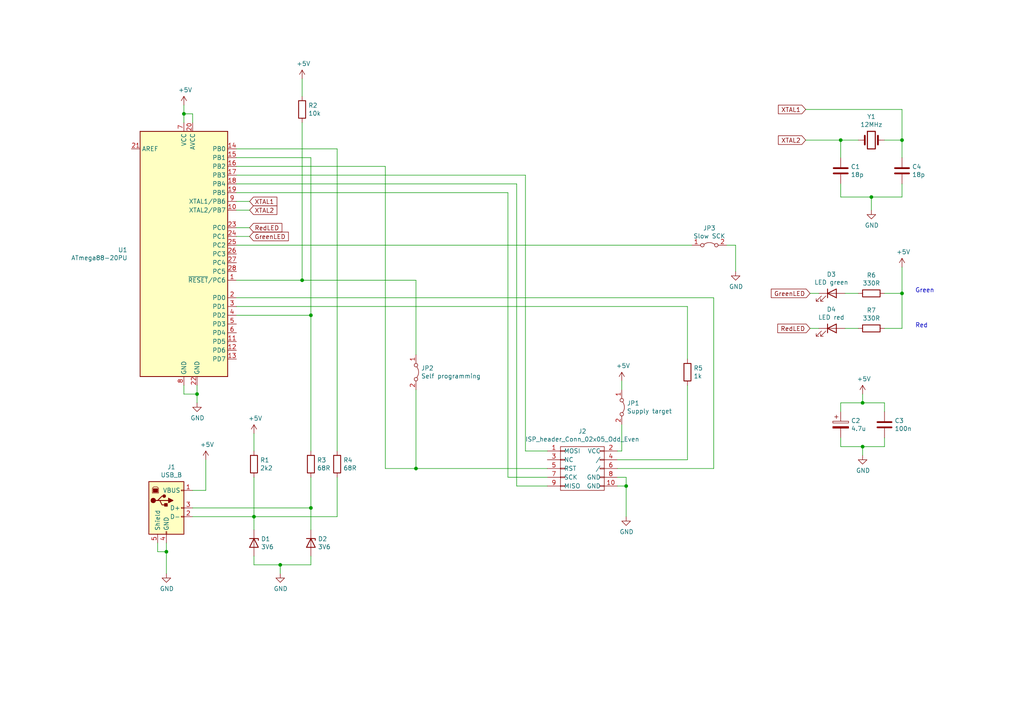
<source format=kicad_sch>
(kicad_sch (version 20231120) (generator "eeschema") (generator_version "8.0")
  (paper "A4")
  (lib_symbols
    (symbol "Connector:USB_B" (pin_names (offset 1.016))
      (property "Reference" "J" (at -5.08 11.43 0))
      (property "Value" "USB_B" (at -5.08 8.89 0))
      (symbol "USB_B_0_1"
        (rectangle (start -5.08 -7.62) (end 5.08 7.62) (stroke (width 0.254)) (fill (type background)))
        (circle (center -3.81 2.159) (radius 0.635) (stroke (width 0.254)) (fill (type outline)))
        (rectangle (start -3.81 5.588) (end -2.54 4.572) (fill (type outline)))
        (circle (center -0.635 3.429) (radius 0.381) (stroke (width 0.254)) (fill (type outline)))
        (rectangle (start -0.127 -7.62) (end 0.127 -6.858))
        (polyline (pts (xy -1.905 2.159) (xy 0.635 2.159)) (stroke (width 0.254)))
        (polyline (pts (xy -3.175 2.159) (xy -2.54 2.159) (xy -1.27 3.429) (xy -0.635 3.429)) (stroke (width 0.254)))
        (polyline (pts (xy -2.54 2.159) (xy -1.905 2.159) (xy -1.27 0.889) (xy 0 0.889)) (stroke (width 0.254)))
        (polyline (pts (xy 0.635 2.794) (xy 0.635 1.524) (xy 1.905 2.159) (xy 0.635 2.794)) (stroke (width 0.254)) (fill (type outline)))
        (polyline (pts (xy -4.064 4.318) (xy -2.286 4.318) (xy -2.286 5.715) (xy -2.667 6.096) (xy -3.683 6.096) (xy -4.064 5.715) (xy -4.064 4.318)))
        (rectangle (start 0.254 1.27) (end -0.508 0.508) (stroke (width 0.254)) (fill (type outline)))
        (rectangle (start 5.08 -2.667) (end 4.318 -2.413))
        (rectangle (start 5.08 -0.127) (end 4.318 0.127))
        (rectangle (start 5.08 4.953) (end 4.318 5.207))
      )
      (symbol "USB_B_1_1"
        (pin power_out line (at 7.62 5.08 180) (length 2.54) (name "VBUS") (number "1"))
        (pin bidirectional line (at 7.62 -2.54 180) (length 2.54) (name "D-") (number "2"))
        (pin bidirectional line (at 7.62 0 180) (length 2.54) (name "D+") (number "3"))
        (pin power_out line (at 0 -10.16 90) (length 2.54) (name "GND") (number "4"))
        (pin passive line (at -2.54 -10.16 90) (length 2.54) (name "Shield") (number "5"))
      )
    )
    (symbol "Device:C" (pin_numbers hide) (pin_names (offset 0.254))
      (property "Reference" "C" (at 0.635 2.54 0))
      (property "Value" "C" (at 0.635 -2.54 0))
      (symbol "C_0_1"
        (polyline (pts (xy -2.032 -0.762) (xy 2.032 -0.762)) (stroke (width 0.508)))
        (polyline (pts (xy -2.032 0.762) (xy 2.032 0.762)) (stroke (width 0.508)))
      )
      (symbol "C_1_1"
        (pin passive line (at 0 3.81 270) (length 2.794) (name "~") (number "1"))
        (pin passive line (at 0 -3.81 90) (length 2.794) (name "~") (number "2"))
      )
    )
    (symbol "Device:CP" (pin_numbers hide) (pin_names (offset 0.254))
      (property "Reference" "C" (at 0.635 2.54 0))
      (property "Value" "Device_CP" (at 0.635 -2.54 0))
      (symbol "CP_0_1"
        (rectangle (start -2.286 0.508) (end 2.286 1.016))
        (polyline (pts (xy -1.778 2.286) (xy -0.762 2.286)))
        (polyline (pts (xy -1.27 2.794) (xy -1.27 1.778)))
        (rectangle (start 2.286 -0.508) (end -2.286 -1.016) (fill (type outline)))
      )
      (symbol "CP_1_1"
        (pin passive line (at 0 3.81 270) (length 2.794) (name "~") (number "1"))
        (pin passive line (at 0 -3.81 90) (length 2.794) (name "~") (number "2"))
      )
    )
    (symbol "Device:Crystal" (pin_numbers hide) (pin_names (offset 1.016) hide)
      (property "Reference" "Y" (at 0 3.81 0))
      (property "Value" "Crystal" (at 0 -3.81 0))
      (symbol "Crystal_0_1"
        (rectangle (start -1.143 2.54) (end 1.143 -2.54) (stroke (width 0.3048)))
        (polyline (pts (xy -2.54 0) (xy -1.905 0)))
        (polyline (pts (xy -1.905 -1.27) (xy -1.905 1.27)) (stroke (width 0.508)))
        (polyline (pts (xy 1.905 -1.27) (xy 1.905 1.27)) (stroke (width 0.508)))
        (polyline (pts (xy 2.54 0) (xy 1.905 0)))
      )
      (symbol "Crystal_1_1"
        (pin passive line (at -3.81 0 0) (length 1.27) (name "1") (number "1"))
        (pin passive line (at 3.81 0 180) (length 1.27) (name "2") (number "2"))
      )
    )
    (symbol "Device:D_Zener" (pin_numbers hide) (pin_names (offset 1.016) hide)
      (property "Reference" "D" (at 0 2.54 0))
      (property "Value" "D_Zener" (at 0 -2.54 0))
      (symbol "D_Zener_0_1"
        (polyline (pts (xy 1.27 0) (xy -1.27 0)))
        (polyline (pts (xy -1.27 -1.27) (xy -1.27 1.27) (xy -0.762 1.27)) (stroke (width 0.254)))
        (polyline (pts (xy 1.27 -1.27) (xy 1.27 1.27) (xy -1.27 0) (xy 1.27 -1.27)) (stroke (width 0.254)))
      )
      (symbol "D_Zener_1_1"
        (pin passive line (at -3.81 0 0) (length 2.54) (name "K") (number "1"))
        (pin passive line (at 3.81 0 180) (length 2.54) (name "A") (number "2"))
      )
    )
    (symbol "Device:LED" (pin_numbers hide) (pin_names (offset 1.016) hide)
      (property "Reference" "D" (at 0 2.54 0))
      (property "Value" "LED" (at 0 -2.54 0))
      (symbol "LED_0_1"
        (polyline (pts (xy -1.27 -1.27) (xy -1.27 1.27)) (stroke (width 0.254)))
        (polyline (pts (xy -1.27 0) (xy 1.27 0)))
        (polyline (pts (xy 1.27 -1.27) (xy 1.27 1.27) (xy -1.27 0) (xy 1.27 -1.27)) (stroke (width 0.254)))
        (polyline (pts (xy -3.048 -0.762) (xy -4.572 -2.286) (xy -3.81 -2.286) (xy -4.572 -2.286) (xy -4.572 -1.524)))
        (polyline (pts (xy -1.778 -0.762) (xy -3.302 -2.286) (xy -2.54 -2.286) (xy -3.302 -2.286) (xy -3.302 -1.524)))
      )
      (symbol "LED_1_1"
        (pin passive line (at -3.81 0 0) (length 2.54) (name "K") (number "1"))
        (pin passive line (at 3.81 0 180) (length 2.54) (name "A") (number "2"))
      )
    )
    (symbol "Device:R" (pin_numbers hide) (pin_names (offset 0))
      (property "Reference" "R" (at 2.032 0 90))
      (property "Value" "R" (at 0 0 90))
      (symbol "R_0_1"
        (rectangle (start -1.016 -2.54) (end 1.016 2.54) (stroke (width 0.254)))
      )
      (symbol "R_1_1"
        (pin passive line (at 0 3.81 270) (length 1.27) (name "~") (number "1"))
        (pin passive line (at 0 -3.81 90) (length 1.27) (name "~") (number "2"))
      )
    )
    (symbol "Jumper:Jumper_2_Bridged" (pin_names (offset 0) hide)
      (property "Reference" "JP" (at 0 1.905 0))
      (property "Value" "Jumper_2_Bridged" (at 0 -2.54 0))
      (symbol "Jumper_2_Bridged_0_0"
        (circle (center -2.032 0) (radius 0.508))
        (circle (center 2.032 0) (radius 0.508))
      )
      (symbol "Jumper_2_Bridged_0_1"
        (arc (start 1.524 0.254) (mid 0 0.762) (end -1.524 0.254))
      )
      (symbol "Jumper_2_Bridged_1_1"
        (pin passive line (at -5.08 0 0) (length 2.54) (name "A") (number "1"))
        (pin passive line (at 5.08 0 180) (length 2.54) (name "B") (number "2"))
      )
    )
    (symbol "My_Parts:ISP_header_Conn_02x05_Odd_Even" (pin_names (offset 1.016))
      (property "Reference" "J" (at 1.27 7.62 0))
      (property "Value" "ISP_header_Conn_02x05_Odd_Even" (at 6.985 -7.62 0))
      (symbol "ISP_header_Conn_02x05_Odd_Even_0_1"
        (polyline (pts (xy -1.27 6.35) (xy -1.27 -6.35) (xy 11.43 -6.35) (xy 11.43 6.35) (xy -1.27 6.35)))
      )
      (symbol "ISP_header_Conn_02x05_Odd_Even_1_1"
        (rectangle (start -1.27 -4.953) (end 0 -5.207) (stroke (width 0.1524)))
        (rectangle (start -1.27 -2.413) (end 0 -2.667) (stroke (width 0.1524)))
        (rectangle (start -1.27 0.127) (end 0 -0.127) (stroke (width 0.1524)))
        (rectangle (start -1.27 2.667) (end 0 2.413) (stroke (width 0.1524)))
        (rectangle (start -1.27 5.207) (end 0 4.953) (stroke (width 0.1524)))
        (rectangle (start 11.43 -4.953) (end 10.16 -5.207) (stroke (width 0.1524)))
        (rectangle (start 11.43 -2.413) (end 10.16 -2.667) (stroke (width 0.1524)))
        (rectangle (start 11.43 0.127) (end 10.16 -0.127) (stroke (width 0.1524)))
        (rectangle (start 11.43 2.667) (end 10.16 2.413) (stroke (width 0.1524)))
        (rectangle (start 11.43 5.207) (end 10.16 4.953) (stroke (width 0.1524)))
        (pin passive line (at -5.08 5.08 0) (length 3.81) (name "MOSI") (number "1"))
        (pin passive line (at 15.24 -5.08 180) (length 3.81) (name "GND") (number "10"))
        (pin passive line (at 15.24 5.08 180) (length 3.81) (name "VCC") (number "2"))
        (pin passive line (at -5.08 2.54 0) (length 3.81) (name "NC") (number "3"))
        (pin passive line (at 15.24 2.54 180) (length 3.81) (name "/") (number "4"))
        (pin passive line (at -5.08 0 0) (length 3.81) (name "RST") (number "5"))
        (pin passive line (at 15.24 0 180) (length 3.81) (name "/") (number "6"))
        (pin passive line (at -5.08 -2.54 0) (length 3.81) (name "SCK") (number "7"))
        (pin passive line (at 15.24 -2.54 180) (length 3.81) (name "GND") (number "8"))
        (pin passive line (at -5.08 -5.08 0) (length 3.81) (name "MISO") (number "9"))
      )
    )
    (symbol "USBaspProgrammer_Thomas-Fischl-rescue:ATmega88-20PU-My_Parts"
      (property "Reference" "U" (at -12.7 36.83 0))
      (property "Value" "ATmega88-20PU-My_Parts" (at 7.62 -36.83 0))
      (symbol "ATmega88-20PU-My_Parts_0_1"
        (rectangle (start -12.7 -35.56) (end 12.7 35.56) (stroke (width 0.254)) (fill (type background)))
      )
      (symbol "ATmega88-20PU-My_Parts_1_1"
        (pin bidirectional line (at 15.24 -7.62 180) (length 2.54) (name "~{RESET}/PC6") (number "1"))
        (pin bidirectional line (at 15.24 12.7 180) (length 2.54) (name "XTAL2/PB7") (number "10"))
        (pin bidirectional line (at 15.24 -25.4 180) (length 2.54) (name "PD5") (number "11"))
        (pin bidirectional line (at 15.24 -27.94 180) (length 2.54) (name "PD6") (number "12"))
        (pin bidirectional line (at 15.24 -30.48 180) (length 2.54) (name "PD7") (number "13"))
        (pin bidirectional line (at 15.24 30.48 180) (length 2.54) (name "PB0") (number "14"))
        (pin bidirectional line (at 15.24 27.94 180) (length 2.54) (name "PB1") (number "15"))
        (pin bidirectional line (at 15.24 25.4 180) (length 2.54) (name "PB2") (number "16"))
        (pin bidirectional line (at 15.24 22.86 180) (length 2.54) (name "PB3") (number "17"))
        (pin bidirectional line (at 15.24 20.32 180) (length 2.54) (name "PB4") (number "18"))
        (pin bidirectional line (at 15.24 17.78 180) (length 2.54) (name "PB5") (number "19"))
        (pin bidirectional line (at 15.24 -12.7 180) (length 2.54) (name "PD0") (number "2"))
        (pin power_in line (at 2.54 38.1 270) (length 2.54) (name "AVCC") (number "20"))
        (pin passive line (at -15.24 30.48 0) (length 2.54) (name "AREF") (number "21"))
        (pin passive line (at 3.81 -38.1 90) (length 2.54) (name "GND") (number "22"))
        (pin bidirectional line (at 15.24 7.62 180) (length 2.54) (name "PC0") (number "23"))
        (pin bidirectional line (at 15.24 5.08 180) (length 2.54) (name "PC1") (number "24"))
        (pin bidirectional line (at 15.24 2.54 180) (length 2.54) (name "PC2") (number "25"))
        (pin bidirectional line (at 15.24 0 180) (length 2.54) (name "PC3") (number "26"))
        (pin bidirectional line (at 15.24 -2.54 180) (length 2.54) (name "PC4") (number "27"))
        (pin bidirectional line (at 15.24 -5.08 180) (length 2.54) (name "PC5") (number "28"))
        (pin bidirectional line (at 15.24 -15.24 180) (length 2.54) (name "PD1") (number "3"))
        (pin bidirectional line (at 15.24 -17.78 180) (length 2.54) (name "PD2") (number "4"))
        (pin bidirectional line (at 15.24 -20.32 180) (length 2.54) (name "PD3") (number "5"))
        (pin bidirectional line (at 15.24 -22.86 180) (length 2.54) (name "PD4") (number "6"))
        (pin power_in line (at 0 38.1 270) (length 2.54) (name "VCC") (number "7"))
        (pin power_in line (at 0 -38.1 90) (length 2.54) (name "GND") (number "8"))
        (pin bidirectional line (at 15.24 15.24 180) (length 2.54) (name "XTAL1/PB6") (number "9"))
      )
    )
    (symbol "power:+5V" (power) (pin_names (offset 0))
      (property "Value" "+5V" (at 0 3.556 0))
      (symbol "+5V_0_1"
        (polyline (pts (xy -0.762 1.27) (xy 0 2.54)))
        (polyline (pts (xy 0 0) (xy 0 2.54)))
        (polyline (pts (xy 0 2.54) (xy 0.762 1.27)))
      )
      (symbol "+5V_1_1"
        (pin power_in line (at 0 0 90) (length 0) hide (name "+5V") (number "1"))
      )
    )
    (symbol "power:GND" (power) (pin_names (offset 0))
      (property "Value" "GND" (at 0 -3.81 0))
      (symbol "GND_0_1"
        (polyline (pts (xy 0 0) (xy 0 -1.27) (xy 1.27 -1.27) (xy 0 -2.54) (xy -1.27 -1.27) (xy 0 -1.27)))
      )
      (symbol "GND_1_1"
        (pin power_in line (at 0 0 270) (length 0) hide (name "GND") (number "1"))
      )
    )
  )
  (junction (at 261.62 85.09))
  (junction (at 53.34 33.02))
  (junction (at 250.19 116.84))
  (junction (at 73.66 149.86))
  (junction (at 87.63 81.28))
  (junction (at 261.62 40.64))
  (junction (at 250.19 129.54))
  (junction (at 90.17 147.32))
  (junction (at 181.61 140.97))
  (junction (at 57.15 114.3))
  (junction (at 120.65 135.89))
  (junction (at 243.84 40.64))
  (junction (at 90.17 91.44))
  (junction (at 81.28 163.83))
  (junction (at 48.26 160.02))
  (junction (at 252.73 57.15))
  (wire (pts (xy 250.19 129.54) (xy 256.54 129.54)))
  (wire (pts (xy 68.58 88.9) (xy 199.39 88.9)))
  (wire (pts (xy 248.92 40.64) (xy 243.84 40.64)))
  (wire (pts (xy 81.28 163.83) (xy 90.17 163.83)))
  (wire (pts (xy 73.66 125.73) (xy 73.66 130.81)))
  (wire (pts (xy 237.49 95.25) (xy 234.95 95.25)))
  (wire (pts (xy 250.19 116.84) (xy 250.19 114.3)))
  (wire (pts (xy 59.69 142.24) (xy 59.69 133.35)))
  (wire (pts (xy 73.66 149.86) (xy 97.79 149.86)))
  (wire (pts (xy 243.84 129.54) (xy 250.19 129.54)))
  (wire (pts (xy 97.79 130.81) (xy 97.79 43.18)))
  (wire (pts (xy 149.86 53.34) (xy 149.86 140.97)))
  (wire (pts (xy 207.01 86.36) (xy 207.01 135.89)))
  (wire (pts (xy 256.54 95.25) (xy 261.62 95.25)))
  (wire (pts (xy 120.65 81.28) (xy 120.65 102.87)))
  (wire (pts (xy 45.72 157.48) (xy 45.72 160.02)))
  (wire (pts (xy 243.84 57.15) (xy 252.73 57.15)))
  (wire (pts (xy 261.62 31.75) (xy 233.68 31.75)))
  (wire (pts (xy 181.61 140.97) (xy 179.07 140.97)))
  (wire (pts (xy 68.58 81.28) (xy 87.63 81.28)))
  (wire (pts (xy 181.61 140.97) (xy 181.61 149.86)))
  (wire (pts (xy 256.54 85.09) (xy 261.62 85.09)))
  (wire (pts (xy 90.17 147.32) (xy 90.17 153.67)))
  (wire (pts (xy 243.84 116.84) (xy 250.19 116.84)))
  (wire (pts (xy 261.62 85.09) (xy 261.62 77.47)))
  (wire (pts (xy 181.61 138.43) (xy 181.61 140.97)))
  (wire (pts (xy 149.86 140.97) (xy 158.75 140.97)))
  (wire (pts (xy 256.54 40.64) (xy 261.62 40.64)))
  (wire (pts (xy 97.79 43.18) (xy 68.58 43.18)))
  (wire (pts (xy 261.62 57.15) (xy 261.62 53.34)))
  (wire (pts (xy 53.34 111.76) (xy 53.34 114.3)))
  (wire (pts (xy 256.54 129.54) (xy 256.54 127)))
  (wire (pts (xy 158.75 130.81) (xy 152.4 130.81)))
  (wire (pts (xy 48.26 166.37) (xy 48.26 160.02)))
  (wire (pts (xy 234.95 85.09) (xy 237.49 85.09)))
  (wire (pts (xy 68.58 53.34) (xy 149.86 53.34)))
  (wire (pts (xy 180.34 113.03) (xy 180.34 110.49)))
  (wire (pts (xy 90.17 91.44) (xy 90.17 130.81)))
  (wire (pts (xy 90.17 163.83) (xy 90.17 161.29)))
  (wire (pts (xy 53.34 114.3) (xy 57.15 114.3)))
  (wire (pts (xy 55.88 142.24) (xy 59.69 142.24)))
  (wire (pts (xy 207.01 135.89) (xy 179.07 135.89)))
  (wire (pts (xy 73.66 161.29) (xy 73.66 163.83)))
  (wire (pts (xy 252.73 57.15) (xy 252.73 60.96)))
  (wire (pts (xy 152.4 50.8) (xy 68.58 50.8)))
  (wire (pts (xy 256.54 116.84) (xy 256.54 119.38)))
  (wire (pts (xy 90.17 147.32) (xy 90.17 138.43)))
  (wire (pts (xy 68.58 45.72) (xy 90.17 45.72)))
  (wire (pts (xy 250.19 116.84) (xy 256.54 116.84)))
  (wire (pts (xy 72.39 60.96) (xy 68.58 60.96)))
  (wire (pts (xy 111.76 135.89) (xy 120.65 135.89)))
  (wire (pts (xy 81.28 166.37) (xy 81.28 163.83)))
  (wire (pts (xy 55.88 33.02) (xy 55.88 35.56)))
  (wire (pts (xy 243.84 127) (xy 243.84 129.54)))
  (wire (pts (xy 73.66 138.43) (xy 73.66 149.86)))
  (wire (pts (xy 250.19 132.08) (xy 250.19 129.54)))
  (wire (pts (xy 147.32 138.43) (xy 158.75 138.43)))
  (wire (pts (xy 199.39 88.9) (xy 199.39 104.14)))
  (wire (pts (xy 55.88 147.32) (xy 90.17 147.32)))
  (wire (pts (xy 53.34 33.02) (xy 53.34 30.48)))
  (wire (pts (xy 53.34 35.56) (xy 53.34 33.02)))
  (wire (pts (xy 243.84 119.38) (xy 243.84 116.84)))
  (wire (pts (xy 72.39 58.42) (xy 68.58 58.42)))
  (wire (pts (xy 53.34 33.02) (xy 55.88 33.02)))
  (wire (pts (xy 48.26 160.02) (xy 48.26 157.48)))
  (wire (pts (xy 72.39 68.58) (xy 68.58 68.58)))
  (wire (pts (xy 68.58 91.44) (xy 90.17 91.44)))
  (wire (pts (xy 199.39 133.35) (xy 179.07 133.35)))
  (wire (pts (xy 261.62 45.72) (xy 261.62 40.64)))
  (wire (pts (xy 252.73 57.15) (xy 261.62 57.15)))
  (wire (pts (xy 120.65 135.89) (xy 158.75 135.89)))
  (wire (pts (xy 147.32 55.88) (xy 147.32 138.43)))
  (wire (pts (xy 68.58 55.88) (xy 147.32 55.88)))
  (wire (pts (xy 68.58 48.26) (xy 111.76 48.26)))
  (wire (pts (xy 261.62 95.25) (xy 261.62 85.09)))
  (wire (pts (xy 120.65 113.03) (xy 120.65 135.89)))
  (wire (pts (xy 55.88 149.86) (xy 73.66 149.86)))
  (wire (pts (xy 87.63 27.94) (xy 87.63 22.86)))
  (wire (pts (xy 243.84 53.34) (xy 243.84 57.15)))
  (wire (pts (xy 180.34 130.81) (xy 179.07 130.81)))
  (wire (pts (xy 152.4 50.8) (xy 152.4 130.81)))
  (wire (pts (xy 243.84 45.72) (xy 243.84 40.64)))
  (wire (pts (xy 248.92 85.09) (xy 245.11 85.09)))
  (wire (pts (xy 73.66 149.86) (xy 73.66 153.67)))
  (wire (pts (xy 73.66 163.83) (xy 81.28 163.83)))
  (wire (pts (xy 57.15 114.3) (xy 57.15 111.76)))
  (wire (pts (xy 45.72 160.02) (xy 48.26 160.02)))
  (wire (pts (xy 243.84 40.64) (xy 233.68 40.64)))
  (wire (pts (xy 261.62 40.64) (xy 261.62 31.75)))
  (wire (pts (xy 68.58 86.36) (xy 207.01 86.36)))
  (wire (pts (xy 90.17 45.72) (xy 90.17 91.44)))
  (wire (pts (xy 199.39 111.76) (xy 199.39 133.35)))
  (wire (pts (xy 57.15 116.84) (xy 57.15 114.3)))
  (wire (pts (xy 87.63 81.28) (xy 87.63 35.56)))
  (wire (pts (xy 210.82 71.12) (xy 213.36 71.12)))
  (wire (pts (xy 180.34 130.81) (xy 180.34 123.19)))
  (wire (pts (xy 213.36 71.12) (xy 213.36 78.74)))
  (wire (pts (xy 72.39 66.04) (xy 68.58 66.04)))
  (wire (pts (xy 179.07 138.43) (xy 181.61 138.43)))
  (wire (pts (xy 200.66 71.12) (xy 68.58 71.12)))
  (wire (pts (xy 111.76 48.26) (xy 111.76 135.89)))
  (wire (pts (xy 87.63 81.28) (xy 120.65 81.28)))
  (wire (pts (xy 97.79 149.86) (xy 97.79 138.43)))
  (wire (pts (xy 245.11 95.25) (xy 248.92 95.25)))
  (text "Green" (at 265.43 85.09 0) (effects (font (size 1.27 1.27)) (justify left bottom)))
  (text "Red" (at 265.43 95.25 0) (effects (font (size 1.27 1.27)) (justify left bottom)))
  (global_label "XTAL1" (shape input) (at 72.39 58.42 0) (property "Intersheetrefs" "${INTERSHEET_REFS}" (effects (hide yes))))
  (global_label "XTAL1" (shape input) (at 233.68 31.75 180) (property "Intersheetrefs" "${INTERSHEET_REFS}" (effects (hide yes))))
  (global_label "RedLED" (shape input) (at 234.95 95.25 180) (property "Intersheetrefs" "${INTERSHEET_REFS}" (effects (hide yes))))
  (global_label "XTAL2" (shape input) (at 72.39 60.96 0) (property "Intersheetrefs" "${INTERSHEET_REFS}" (effects (hide yes))))
  (global_label "RedLED" (shape input) (at 72.39 66.04 0) (property "Intersheetrefs" "${INTERSHEET_REFS}" (effects (hide yes))))
  (global_label "XTAL2" (shape input) (at 233.68 40.64 180) (property "Intersheetrefs" "${INTERSHEET_REFS}" (effects (hide yes))))
  (global_label "GreenLED" (shape input) (at 72.39 68.58 0) (property "Intersheetrefs" "${INTERSHEET_REFS}" (effects (hide yes))))
  (global_label "GreenLED" (shape input) (at 234.95 85.09 180) (property "Intersheetrefs" "${INTERSHEET_REFS}" (effects (hide yes))))
  (symbol (lib_id "Device:C") (at 261.62 49.53 0) (unit 1)
    (property "Reference" "C4" (at 264.541 48.3616 0) (effects (justify left)))
    (property "Value" "18p" (at 264.541 50.673 0) (effects (justify left)))
    (property "Footprint" "My_Misc:C_Disc_D3.0mm_W1.6mm_P2.50mm_larg" (effects (hide yes)))
  )
  (symbol (lib_id "Device:C") (at 243.84 49.53 0) (unit 1)
    (property "Reference" "C1" (at 246.761 48.3616 0) (effects (justify left)))
    (property "Value" "18p" (at 246.761 50.673 0) (effects (justify left)))
    (property "Footprint" "My_Misc:C_Disc_D3.0mm_W1.6mm_P2.50mm_larg" (effects (hide yes)))
  )
  (symbol (lib_id "power:GND") (at 252.73 60.96 0) (unit 1)
    (property "Reference" "#PWR0101" (effects (hide yes)))
    (property "Value" "GND" (at 252.857 65.3542 0))
  )
  (symbol (lib_id "Device:R") (at 87.63 31.75 0) (unit 1)
    (property "Reference" "R2" (at 89.408 30.5816 0) (effects (justify left)))
    (property "Value" "10k" (at 89.408 32.893 0) (effects (justify left)))
    (property "Footprint" "My_Misc:R_Axial_DIN0207_L6.3mm_D2.5mm_P10.16mm_Horizontal_larger_pads" (effects (hide yes)))
  )
  (symbol (lib_id "power:+5V") (at 87.63 22.86 0) (unit 1)
    (property "Reference" "#PWR0102" (effects (hide yes)))
    (property "Value" "+5V" (at 88.011 18.4658 0))
  )
  (symbol (lib_id "power:GND") (at 57.15 116.84 0) (unit 1)
    (property "Reference" "#PWR0103" (effects (hide yes)))
    (property "Value" "GND" (at 57.277 121.2342 0))
  )
  (symbol (lib_id "power:+5V") (at 53.34 30.48 0) (unit 1)
    (property "Reference" "#PWR0104" (effects (hide yes)))
    (property "Value" "+5V" (at 53.721 26.0858 0))
  )
  (symbol (lib_id "Device:LED") (at 241.3 85.09 0) (unit 1)
    (property "Reference" "D3" (at 241.1222 79.5782 0))
    (property "Value" "LED green" (at 241.1222 81.8896 0))
    (property "Footprint" "My_Misc:LED_D5.0mm_larger_pads" (effects (hide yes)))
  )
  (symbol (lib_id "Device:LED") (at 241.3 95.25 0) (unit 1)
    (property "Reference" "D4" (at 241.1222 89.7382 0))
    (property "Value" "LED red" (at 241.1222 92.0496 0))
    (property "Footprint" "My_Misc:LED_D5.0mm_larger_pads" (effects (hide yes)))
  )
  (symbol (lib_id "Device:R") (at 252.73 85.09 270) (unit 1)
    (property "Reference" "R6" (at 252.73 79.8322 90))
    (property "Value" "330R" (at 252.73 82.1436 90))
    (property "Footprint" "My_Misc:R_Axial_DIN0207_L6.3mm_D2.5mm_P10.16mm_Horizontal_larger_pads" (effects (hide yes)))
  )
  (symbol (lib_id "Device:R") (at 252.73 95.25 90) (unit 1)
    (property "Reference" "R7" (at 252.73 89.9922 90))
    (property "Value" "330R" (at 252.73 92.3036 90))
    (property "Footprint" "My_Misc:R_Axial_DIN0207_L6.3mm_D2.5mm_P10.16mm_Horizontal_larger_pads" (effects (hide yes)))
  )
  (symbol (lib_id "power:+5V") (at 261.62 77.47 0) (unit 1)
    (property "Reference" "#PWR0105" (effects (hide yes)))
    (property "Value" "+5V" (at 262.001 73.0758 0))
  )
  (symbol (lib_id "Jumper:Jumper_2_Bridged") (at 205.74 71.12 0) (unit 1)
    (property "Reference" "JP3" (at 205.74 66.167 0))
    (property "Value" "Slow SCK" (at 205.74 68.4784 0))
    (property "Footprint" "My_Parts:Jumper_1x02_P2.54mm_large" (effects (hide yes)))
  )
  (symbol (lib_id "power:GND") (at 213.36 78.74 0) (unit 1)
    (property "Reference" "#PWR0106" (effects (hide yes)))
    (property "Value" "GND" (at 213.487 83.1342 0))
  )
  (symbol (lib_id "Device:R") (at 199.39 107.95 0) (unit 1)
    (property "Reference" "R5" (at 201.168 106.7816 0) (effects (justify left)))
    (property "Value" "1k" (at 201.168 109.093 0) (effects (justify left)))
    (property "Footprint" "My_Misc:R_Axial_DIN0207_L6.3mm_D2.5mm_P10.16mm_Horizontal_larger_pads" (effects (hide yes)))
  )
  (symbol (lib_id "USBaspProgrammer_Thomas-Fischl-rescue:ATmega88-20PU-My_Parts") (at 53.34 73.66 0) (unit 1)
    (property "Reference" "U1" (at 36.9824 72.4916 0) (effects (justify right)))
    (property "Value" "ATmega88-20PU" (at 36.9824 74.803 0) (effects (justify right)))
    (property "Footprint" "My_Misc:DIP-28_W7.62mm_LongPads w socket" (effects (hide yes)))
    (property "Datasheet" "http://ww1.microchip.com/downloads/en/DeviceDoc/Atmel-2545-8-bit-AVR-Microcontroller-ATmega48-88-168_Datasheet.pdf" (effects (hide yes)))
  )
  (symbol (lib_id "Connector:USB_B") (at 48.26 147.32 0) (unit 1)
    (property "Reference" "J1" (at 49.7078 135.4582 0))
    (property "Value" "USB_B" (at 49.7078 137.7696 0))
    (property "Footprint" "My_Misc:USB_B_OST_USB-B1HSxx_Horizontal_large" (effects (hide yes)))
    (property "Datasheet" " ~" (effects (hide yes)))
  )
  (symbol (lib_id "Device:Crystal") (at 252.73 40.64 0) (unit 1)
    (property "Reference" "Y1" (at 252.73 33.8328 0))
    (property "Value" "12MHz" (at 252.73 36.1442 0))
    (property "Footprint" "My_Misc:Crystal_HC49-4H_Vertical_large" (effects (hide yes)))
  )
  (symbol (lib_id "Jumper:Jumper_2_Bridged") (at 120.65 107.95 270) (unit 1)
    (property "Reference" "JP2" (at 122.1232 106.7816 90) (effects (justify left)))
    (property "Value" "Self programming" (at 122.1232 109.093 90) (effects (justify left)))
    (property "Footprint" "My_Parts:Jumper_1x02_P2.54mm_large" (effects (hide yes)))
  )
  (symbol (lib_id "power:+5V") (at 59.69 133.35 0) (unit 1)
    (property "Reference" "#PWR0107" (effects (hide yes)))
    (property "Value" "+5V" (at 60.071 128.9558 0))
  )
  (symbol (lib_id "power:GND") (at 48.26 166.37 0) (unit 1)
    (property "Reference" "#PWR0108" (effects (hide yes)))
    (property "Value" "GND" (at 48.387 170.7642 0))
  )
  (symbol (lib_id "Device:R") (at 97.79 134.62 0) (unit 1)
    (property "Reference" "R4" (at 99.568 133.4516 0) (effects (justify left)))
    (property "Value" "68R" (at 99.568 135.763 0) (effects (justify left)))
    (property "Footprint" "My_Misc:R_Axial_DIN0207_L6.3mm_D2.5mm_P10.16mm_Horizontal_larger_pads" (effects (hide yes)))
  )
  (symbol (lib_id "Device:R") (at 90.17 134.62 0) (unit 1)
    (property "Reference" "R3" (at 91.948 133.4516 0) (effects (justify left)))
    (property "Value" "68R" (at 91.948 135.763 0) (effects (justify left)))
    (property "Footprint" "My_Misc:R_Axial_DIN0207_L6.3mm_D2.5mm_P10.16mm_Horizontal_larger_pads" (effects (hide yes)))
  )
  (symbol (lib_id "Device:R") (at 73.66 134.62 0) (unit 1)
    (property "Reference" "R1" (at 75.438 133.4516 0) (effects (justify left)))
    (property "Value" "2k2" (at 75.438 135.763 0) (effects (justify left)))
    (property "Footprint" "My_Misc:R_Axial_DIN0207_L6.3mm_D2.5mm_P10.16mm_Horizontal_larger_pads" (effects (hide yes)))
  )
  (symbol (lib_id "power:+5V") (at 73.66 125.73 0) (unit 1)
    (property "Reference" "#PWR0109" (effects (hide yes)))
    (property "Value" "+5V" (at 74.041 121.3358 0))
  )
  (symbol (lib_id "Device:C") (at 256.54 123.19 0) (unit 1)
    (property "Reference" "C3" (at 259.461 122.0216 0) (effects (justify left)))
    (property "Value" "100n" (at 259.461 124.333 0) (effects (justify left)))
    (property "Footprint" "My_Misc:C_Disc_D7.5mm_W2.5mm_P5.00mm_larger" (effects (hide yes)))
  )
  (symbol (lib_id "Device:CP") (at 243.84 123.19 0) (unit 1)
    (property "Reference" "C2" (at 246.8372 122.0216 0) (effects (justify left)))
    (property "Value" "4.7u" (at 246.8372 124.333 0) (effects (justify left)))
    (property "Footprint" "My_Misc:CP_Radial_D5.0mm_P2.00mm_larger" (effects (hide yes)))
  )
  (symbol (lib_id "power:GND") (at 250.19 132.08 0) (unit 1)
    (property "Reference" "#PWR0110" (effects (hide yes)))
    (property "Value" "GND" (at 250.317 136.4742 0))
  )
  (symbol (lib_id "My_Parts:ISP_header_Conn_02x05_Odd_Even") (at 163.83 135.89 0) (unit 1)
    (property "Reference" "J2" (at 168.91 125.095 0))
    (property "Value" "ISP_header_Conn_02x05_Odd_Even" (at 168.91 127.4064 0))
    (property "Footprint" "My_Misc:IDC-Header_2x05_P2.54mm_Vertical_large" (effects (hide yes)))
  )
  (symbol (lib_id "Jumper:Jumper_2_Bridged") (at 180.34 118.11 270) (unit 1)
    (property "Reference" "JP1" (at 181.8132 116.9416 90) (effects (justify left)))
    (property "Value" "Supply target" (at 181.8132 119.253 90) (effects (justify left)))
    (property "Footprint" "My_Parts:Jumper_1x02_P2.54mm_large" (effects (hide yes)))
  )
  (symbol (lib_id "power:+5V") (at 180.34 110.49 0) (unit 1)
    (property "Reference" "#PWR0113" (effects (hide yes)))
    (property "Value" "+5V" (at 180.721 106.0958 0))
  )
  (symbol (lib_id "power:+5V") (at 250.19 114.3 0) (unit 1)
    (property "Reference" "#PWR0111" (effects (hide yes)))
    (property "Value" "+5V" (at 250.571 109.9058 0))
  )
  (symbol (lib_id "Device:D_Zener") (at 73.66 157.48 270) (unit 1)
    (property "Reference" "D1" (at 75.692 156.3116 90) (effects (justify left)))
    (property "Value" "3V6" (at 75.692 158.623 90) (effects (justify left)))
    (property "Footprint" "My_Misc:D_DO-35_SOD27_P7.62mm_Horizontal_large" (effects (hide yes)))
  )
  (symbol (lib_id "Device:D_Zener") (at 90.17 157.48 270) (unit 1)
    (property "Reference" "D2" (at 92.202 156.3116 90) (effects (justify left)))
    (property "Value" "3V6" (at 92.202 158.623 90) (effects (justify left)))
    (property "Footprint" "My_Misc:D_DO-35_SOD27_P7.62mm_Horizontal_large" (effects (hide yes)))
  )
  (symbol (lib_id "power:GND") (at 81.28 166.37 0) (unit 1)
    (property "Reference" "#PWR0114" (effects (hide yes)))
    (property "Value" "GND" (at 81.407 170.7642 0))
  )
  (symbol (lib_id "power:GND") (at 181.61 149.86 0) (unit 1)
    (property "Reference" "#PWR0112" (effects (hide yes)))
    (property "Value" "GND" (at 181.737 154.2542 0))
  )
)
</source>
